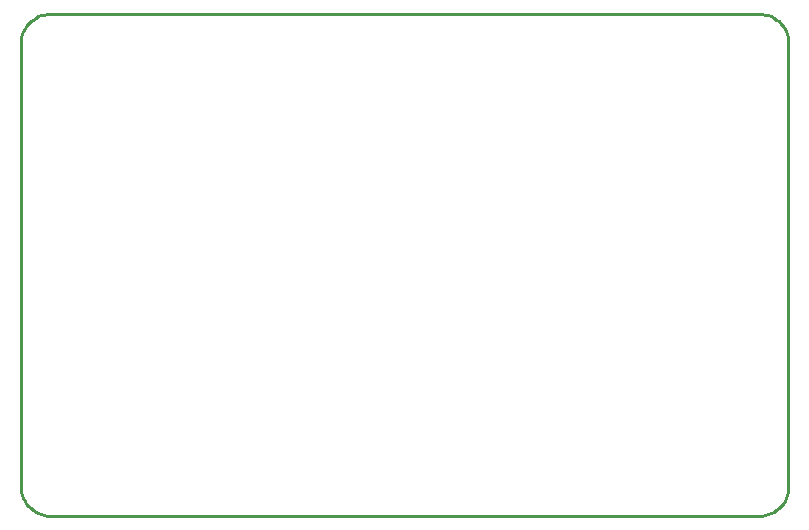
<source format=gm1>
G04*
G04 #@! TF.GenerationSoftware,Altium Limited,Altium Designer,24.2.2 (26)*
G04*
G04 Layer_Color=16711935*
%FSLAX44Y44*%
%MOMM*%
G71*
G04*
G04 #@! TF.SameCoordinates,0955CF80-6420-4CC4-8797-52894B4AD841*
G04*
G04*
G04 #@! TF.FilePolarity,Positive*
G04*
G01*
G75*
%ADD14C,0.2540*%
D14*
X25000Y425000D02*
X22387Y424863D01*
X19802Y424454D01*
X17275Y423776D01*
X14832Y422839D01*
X12500Y421651D01*
X10305Y420225D01*
X8272Y418579D01*
X6421Y416728D01*
X4775Y414695D01*
X3349Y412500D01*
X2161Y410168D01*
X1224Y407725D01*
X546Y405198D01*
X137Y402613D01*
X0Y400000D01*
Y25000D02*
X137Y22387D01*
X546Y19802D01*
X1224Y17275D01*
X2161Y14832D01*
X3349Y12500D01*
X4775Y10305D01*
X6421Y8272D01*
X8272Y6421D01*
X10305Y4775D01*
X12500Y3349D01*
X14832Y2161D01*
X17275Y1224D01*
X19802Y546D01*
X22387Y137D01*
X25000Y0D01*
X625000D02*
X627613Y137D01*
X630198Y546D01*
X632725Y1224D01*
X635168Y2161D01*
X637500Y3349D01*
X639695Y4775D01*
X641728Y6421D01*
X643579Y8272D01*
X645225Y10305D01*
X646651Y12500D01*
X647839Y14832D01*
X648776Y17275D01*
X649454Y19802D01*
X649863Y22387D01*
X650000Y25000D01*
Y400000D02*
X649863Y402613D01*
X649454Y405198D01*
X648776Y407725D01*
X647839Y410168D01*
X646651Y412500D01*
X645225Y414695D01*
X643579Y416728D01*
X641728Y418579D01*
X639695Y420225D01*
X637500Y421651D01*
X635168Y422839D01*
X632725Y423776D01*
X630198Y424454D01*
X627613Y424863D01*
X625000Y425000D01*
X650000Y25000D02*
Y400000D01*
X25000Y425000D02*
X625000D01*
X0Y25000D02*
Y400000D01*
X25000Y0D02*
X625000D01*
M02*

</source>
